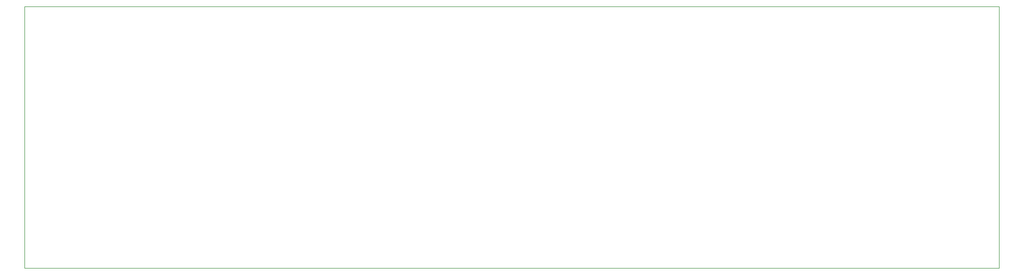
<source format=gbr>
%TF.GenerationSoftware,KiCad,Pcbnew,9.0.4-9.0.4-0~ubuntu24.04.1*%
%TF.CreationDate,2025-09-22T11:21:34-04:00*%
%TF.ProjectId,car-control,6361722d-636f-46e7-9472-6f6c2e6b6963,rev?*%
%TF.SameCoordinates,Original*%
%TF.FileFunction,Profile,NP*%
%FSLAX46Y46*%
G04 Gerber Fmt 4.6, Leading zero omitted, Abs format (unit mm)*
G04 Created by KiCad (PCBNEW 9.0.4-9.0.4-0~ubuntu24.04.1) date 2025-09-22 11:21:34*
%MOMM*%
%LPD*%
G01*
G04 APERTURE LIST*
%TA.AperFunction,Profile*%
%ADD10C,0.100000*%
%TD*%
G04 APERTURE END LIST*
D10*
X74930000Y-49530000D02*
X240030000Y-49530000D01*
X240030000Y-93980000D01*
X74930000Y-93980000D01*
X74930000Y-49530000D01*
M02*

</source>
